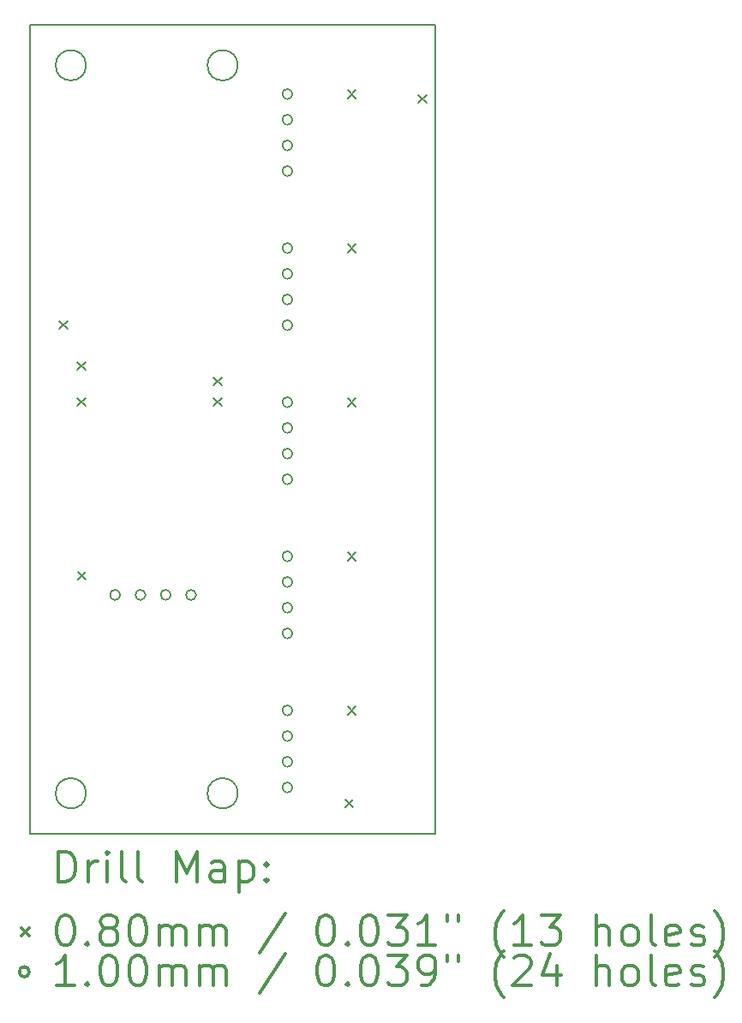
<source format=gbr>
%FSLAX45Y45*%
G04 Gerber Fmt 4.5, Leading zero omitted, Abs format (unit mm)*
G04 Created by KiCad (PCBNEW (5.0.0-rc2-dev-632-g76d3b6f04)) date 11/25/18 05:16:47*
%MOMM*%
%LPD*%
G01*
G04 APERTURE LIST*
%ADD10C,0.150000*%
%ADD11C,0.200000*%
%ADD12C,0.300000*%
G04 APERTURE END LIST*
D10*
X14550000Y-13600000D02*
G75*
G03X14550000Y-13600000I-150000J0D01*
G01*
X14550000Y-6400000D02*
G75*
G03X14550000Y-6400000I-150000J0D01*
G01*
X13050000Y-6400000D02*
G75*
G03X13050000Y-6400000I-150000J0D01*
G01*
X13050000Y-13600000D02*
G75*
G03X13050000Y-13600000I-150000J0D01*
G01*
D11*
X12500000Y-14000000D02*
X16500000Y-14000000D01*
X12500000Y-6000000D02*
X12500000Y-14000000D01*
X13000000Y-6000000D02*
X12500000Y-6000000D01*
X15850000Y-6000000D02*
X13000000Y-6000000D01*
X16500000Y-6000000D02*
X15850000Y-6000000D01*
X16500000Y-14000000D02*
X16500000Y-6000000D01*
D11*
X12787000Y-8926200D02*
X12867000Y-9006200D01*
X12867000Y-8926200D02*
X12787000Y-9006200D01*
X12964800Y-9332600D02*
X13044800Y-9412600D01*
X13044800Y-9332600D02*
X12964800Y-9412600D01*
X12964800Y-9688200D02*
X13044800Y-9768200D01*
X13044800Y-9688200D02*
X12964800Y-9768200D01*
X12968000Y-11407500D02*
X13048000Y-11487500D01*
X13048000Y-11407500D02*
X12968000Y-11487500D01*
X14311000Y-9485000D02*
X14391000Y-9565000D01*
X14391000Y-9485000D02*
X14311000Y-9565000D01*
X14311000Y-9688200D02*
X14391000Y-9768200D01*
X14391000Y-9688200D02*
X14311000Y-9768200D01*
X15610000Y-13659999D02*
X15690000Y-13739999D01*
X15690000Y-13659999D02*
X15610000Y-13739999D01*
X15635000Y-6645000D02*
X15715000Y-6725000D01*
X15715000Y-6645000D02*
X15635000Y-6725000D01*
X15635000Y-8169000D02*
X15715000Y-8249000D01*
X15715000Y-8169000D02*
X15635000Y-8249000D01*
X15635000Y-9693000D02*
X15715000Y-9773000D01*
X15715000Y-9693000D02*
X15635000Y-9773000D01*
X15635000Y-11217000D02*
X15715000Y-11297000D01*
X15715000Y-11217000D02*
X15635000Y-11297000D01*
X15635000Y-12741000D02*
X15715000Y-12821000D01*
X15715000Y-12741000D02*
X15635000Y-12821000D01*
X16333500Y-6691000D02*
X16413500Y-6771000D01*
X16413500Y-6691000D02*
X16333500Y-6771000D01*
X15090000Y-11257000D02*
G75*
G03X15090000Y-11257000I-50000J0D01*
G01*
X15090000Y-11511000D02*
G75*
G03X15090000Y-11511000I-50000J0D01*
G01*
X15090000Y-11765000D02*
G75*
G03X15090000Y-11765000I-50000J0D01*
G01*
X15090000Y-12019000D02*
G75*
G03X15090000Y-12019000I-50000J0D01*
G01*
X15090000Y-6685000D02*
G75*
G03X15090000Y-6685000I-50000J0D01*
G01*
X15090000Y-6939000D02*
G75*
G03X15090000Y-6939000I-50000J0D01*
G01*
X15090000Y-7193000D02*
G75*
G03X15090000Y-7193000I-50000J0D01*
G01*
X15090000Y-7447000D02*
G75*
G03X15090000Y-7447000I-50000J0D01*
G01*
X15090000Y-12781000D02*
G75*
G03X15090000Y-12781000I-50000J0D01*
G01*
X15090000Y-13035000D02*
G75*
G03X15090000Y-13035000I-50000J0D01*
G01*
X15090000Y-13289000D02*
G75*
G03X15090000Y-13289000I-50000J0D01*
G01*
X15090000Y-13543000D02*
G75*
G03X15090000Y-13543000I-50000J0D01*
G01*
X13387500Y-11638000D02*
G75*
G03X13387500Y-11638000I-50000J0D01*
G01*
X13637500Y-11638000D02*
G75*
G03X13637500Y-11638000I-50000J0D01*
G01*
X13887500Y-11638000D02*
G75*
G03X13887500Y-11638000I-50000J0D01*
G01*
X14137500Y-11638000D02*
G75*
G03X14137500Y-11638000I-50000J0D01*
G01*
X15090000Y-9733000D02*
G75*
G03X15090000Y-9733000I-50000J0D01*
G01*
X15090000Y-9987000D02*
G75*
G03X15090000Y-9987000I-50000J0D01*
G01*
X15090000Y-10241000D02*
G75*
G03X15090000Y-10241000I-50000J0D01*
G01*
X15090000Y-10495000D02*
G75*
G03X15090000Y-10495000I-50000J0D01*
G01*
X15090000Y-8209000D02*
G75*
G03X15090000Y-8209000I-50000J0D01*
G01*
X15090000Y-8463000D02*
G75*
G03X15090000Y-8463000I-50000J0D01*
G01*
X15090000Y-8717000D02*
G75*
G03X15090000Y-8717000I-50000J0D01*
G01*
X15090000Y-8971000D02*
G75*
G03X15090000Y-8971000I-50000J0D01*
G01*
D12*
X12776428Y-14475714D02*
X12776428Y-14175714D01*
X12847857Y-14175714D01*
X12890714Y-14190000D01*
X12919286Y-14218571D01*
X12933571Y-14247143D01*
X12947857Y-14304286D01*
X12947857Y-14347143D01*
X12933571Y-14404286D01*
X12919286Y-14432857D01*
X12890714Y-14461429D01*
X12847857Y-14475714D01*
X12776428Y-14475714D01*
X13076428Y-14475714D02*
X13076428Y-14275714D01*
X13076428Y-14332857D02*
X13090714Y-14304286D01*
X13105000Y-14290000D01*
X13133571Y-14275714D01*
X13162143Y-14275714D01*
X13262143Y-14475714D02*
X13262143Y-14275714D01*
X13262143Y-14175714D02*
X13247857Y-14190000D01*
X13262143Y-14204286D01*
X13276428Y-14190000D01*
X13262143Y-14175714D01*
X13262143Y-14204286D01*
X13447857Y-14475714D02*
X13419286Y-14461429D01*
X13405000Y-14432857D01*
X13405000Y-14175714D01*
X13605000Y-14475714D02*
X13576428Y-14461429D01*
X13562143Y-14432857D01*
X13562143Y-14175714D01*
X13947857Y-14475714D02*
X13947857Y-14175714D01*
X14047857Y-14390000D01*
X14147857Y-14175714D01*
X14147857Y-14475714D01*
X14419286Y-14475714D02*
X14419286Y-14318571D01*
X14405000Y-14290000D01*
X14376428Y-14275714D01*
X14319286Y-14275714D01*
X14290714Y-14290000D01*
X14419286Y-14461429D02*
X14390714Y-14475714D01*
X14319286Y-14475714D01*
X14290714Y-14461429D01*
X14276428Y-14432857D01*
X14276428Y-14404286D01*
X14290714Y-14375714D01*
X14319286Y-14361429D01*
X14390714Y-14361429D01*
X14419286Y-14347143D01*
X14562143Y-14275714D02*
X14562143Y-14575714D01*
X14562143Y-14290000D02*
X14590714Y-14275714D01*
X14647857Y-14275714D01*
X14676428Y-14290000D01*
X14690714Y-14304286D01*
X14705000Y-14332857D01*
X14705000Y-14418571D01*
X14690714Y-14447143D01*
X14676428Y-14461429D01*
X14647857Y-14475714D01*
X14590714Y-14475714D01*
X14562143Y-14461429D01*
X14833571Y-14447143D02*
X14847857Y-14461429D01*
X14833571Y-14475714D01*
X14819286Y-14461429D01*
X14833571Y-14447143D01*
X14833571Y-14475714D01*
X14833571Y-14290000D02*
X14847857Y-14304286D01*
X14833571Y-14318571D01*
X14819286Y-14304286D01*
X14833571Y-14290000D01*
X14833571Y-14318571D01*
X12410000Y-14930000D02*
X12490000Y-15010000D01*
X12490000Y-14930000D02*
X12410000Y-15010000D01*
X12833571Y-14805714D02*
X12862143Y-14805714D01*
X12890714Y-14820000D01*
X12905000Y-14834286D01*
X12919286Y-14862857D01*
X12933571Y-14920000D01*
X12933571Y-14991429D01*
X12919286Y-15048571D01*
X12905000Y-15077143D01*
X12890714Y-15091429D01*
X12862143Y-15105714D01*
X12833571Y-15105714D01*
X12805000Y-15091429D01*
X12790714Y-15077143D01*
X12776428Y-15048571D01*
X12762143Y-14991429D01*
X12762143Y-14920000D01*
X12776428Y-14862857D01*
X12790714Y-14834286D01*
X12805000Y-14820000D01*
X12833571Y-14805714D01*
X13062143Y-15077143D02*
X13076428Y-15091429D01*
X13062143Y-15105714D01*
X13047857Y-15091429D01*
X13062143Y-15077143D01*
X13062143Y-15105714D01*
X13247857Y-14934286D02*
X13219286Y-14920000D01*
X13205000Y-14905714D01*
X13190714Y-14877143D01*
X13190714Y-14862857D01*
X13205000Y-14834286D01*
X13219286Y-14820000D01*
X13247857Y-14805714D01*
X13305000Y-14805714D01*
X13333571Y-14820000D01*
X13347857Y-14834286D01*
X13362143Y-14862857D01*
X13362143Y-14877143D01*
X13347857Y-14905714D01*
X13333571Y-14920000D01*
X13305000Y-14934286D01*
X13247857Y-14934286D01*
X13219286Y-14948571D01*
X13205000Y-14962857D01*
X13190714Y-14991429D01*
X13190714Y-15048571D01*
X13205000Y-15077143D01*
X13219286Y-15091429D01*
X13247857Y-15105714D01*
X13305000Y-15105714D01*
X13333571Y-15091429D01*
X13347857Y-15077143D01*
X13362143Y-15048571D01*
X13362143Y-14991429D01*
X13347857Y-14962857D01*
X13333571Y-14948571D01*
X13305000Y-14934286D01*
X13547857Y-14805714D02*
X13576428Y-14805714D01*
X13605000Y-14820000D01*
X13619286Y-14834286D01*
X13633571Y-14862857D01*
X13647857Y-14920000D01*
X13647857Y-14991429D01*
X13633571Y-15048571D01*
X13619286Y-15077143D01*
X13605000Y-15091429D01*
X13576428Y-15105714D01*
X13547857Y-15105714D01*
X13519286Y-15091429D01*
X13505000Y-15077143D01*
X13490714Y-15048571D01*
X13476428Y-14991429D01*
X13476428Y-14920000D01*
X13490714Y-14862857D01*
X13505000Y-14834286D01*
X13519286Y-14820000D01*
X13547857Y-14805714D01*
X13776428Y-15105714D02*
X13776428Y-14905714D01*
X13776428Y-14934286D02*
X13790714Y-14920000D01*
X13819286Y-14905714D01*
X13862143Y-14905714D01*
X13890714Y-14920000D01*
X13905000Y-14948571D01*
X13905000Y-15105714D01*
X13905000Y-14948571D02*
X13919286Y-14920000D01*
X13947857Y-14905714D01*
X13990714Y-14905714D01*
X14019286Y-14920000D01*
X14033571Y-14948571D01*
X14033571Y-15105714D01*
X14176428Y-15105714D02*
X14176428Y-14905714D01*
X14176428Y-14934286D02*
X14190714Y-14920000D01*
X14219286Y-14905714D01*
X14262143Y-14905714D01*
X14290714Y-14920000D01*
X14305000Y-14948571D01*
X14305000Y-15105714D01*
X14305000Y-14948571D02*
X14319286Y-14920000D01*
X14347857Y-14905714D01*
X14390714Y-14905714D01*
X14419286Y-14920000D01*
X14433571Y-14948571D01*
X14433571Y-15105714D01*
X15019286Y-14791429D02*
X14762143Y-15177143D01*
X15405000Y-14805714D02*
X15433571Y-14805714D01*
X15462143Y-14820000D01*
X15476428Y-14834286D01*
X15490714Y-14862857D01*
X15505000Y-14920000D01*
X15505000Y-14991429D01*
X15490714Y-15048571D01*
X15476428Y-15077143D01*
X15462143Y-15091429D01*
X15433571Y-15105714D01*
X15405000Y-15105714D01*
X15376428Y-15091429D01*
X15362143Y-15077143D01*
X15347857Y-15048571D01*
X15333571Y-14991429D01*
X15333571Y-14920000D01*
X15347857Y-14862857D01*
X15362143Y-14834286D01*
X15376428Y-14820000D01*
X15405000Y-14805714D01*
X15633571Y-15077143D02*
X15647857Y-15091429D01*
X15633571Y-15105714D01*
X15619286Y-15091429D01*
X15633571Y-15077143D01*
X15633571Y-15105714D01*
X15833571Y-14805714D02*
X15862143Y-14805714D01*
X15890714Y-14820000D01*
X15905000Y-14834286D01*
X15919286Y-14862857D01*
X15933571Y-14920000D01*
X15933571Y-14991429D01*
X15919286Y-15048571D01*
X15905000Y-15077143D01*
X15890714Y-15091429D01*
X15862143Y-15105714D01*
X15833571Y-15105714D01*
X15805000Y-15091429D01*
X15790714Y-15077143D01*
X15776428Y-15048571D01*
X15762143Y-14991429D01*
X15762143Y-14920000D01*
X15776428Y-14862857D01*
X15790714Y-14834286D01*
X15805000Y-14820000D01*
X15833571Y-14805714D01*
X16033571Y-14805714D02*
X16219286Y-14805714D01*
X16119286Y-14920000D01*
X16162143Y-14920000D01*
X16190714Y-14934286D01*
X16205000Y-14948571D01*
X16219286Y-14977143D01*
X16219286Y-15048571D01*
X16205000Y-15077143D01*
X16190714Y-15091429D01*
X16162143Y-15105714D01*
X16076428Y-15105714D01*
X16047857Y-15091429D01*
X16033571Y-15077143D01*
X16505000Y-15105714D02*
X16333571Y-15105714D01*
X16419286Y-15105714D02*
X16419286Y-14805714D01*
X16390714Y-14848571D01*
X16362143Y-14877143D01*
X16333571Y-14891429D01*
X16619286Y-14805714D02*
X16619286Y-14862857D01*
X16733571Y-14805714D02*
X16733571Y-14862857D01*
X17176428Y-15220000D02*
X17162143Y-15205714D01*
X17133571Y-15162857D01*
X17119286Y-15134286D01*
X17105000Y-15091429D01*
X17090714Y-15020000D01*
X17090714Y-14962857D01*
X17105000Y-14891429D01*
X17119286Y-14848571D01*
X17133571Y-14820000D01*
X17162143Y-14777143D01*
X17176428Y-14762857D01*
X17447857Y-15105714D02*
X17276428Y-15105714D01*
X17362143Y-15105714D02*
X17362143Y-14805714D01*
X17333571Y-14848571D01*
X17305000Y-14877143D01*
X17276428Y-14891429D01*
X17547857Y-14805714D02*
X17733571Y-14805714D01*
X17633571Y-14920000D01*
X17676428Y-14920000D01*
X17705000Y-14934286D01*
X17719286Y-14948571D01*
X17733571Y-14977143D01*
X17733571Y-15048571D01*
X17719286Y-15077143D01*
X17705000Y-15091429D01*
X17676428Y-15105714D01*
X17590714Y-15105714D01*
X17562143Y-15091429D01*
X17547857Y-15077143D01*
X18090714Y-15105714D02*
X18090714Y-14805714D01*
X18219286Y-15105714D02*
X18219286Y-14948571D01*
X18205000Y-14920000D01*
X18176428Y-14905714D01*
X18133571Y-14905714D01*
X18105000Y-14920000D01*
X18090714Y-14934286D01*
X18405000Y-15105714D02*
X18376428Y-15091429D01*
X18362143Y-15077143D01*
X18347857Y-15048571D01*
X18347857Y-14962857D01*
X18362143Y-14934286D01*
X18376428Y-14920000D01*
X18405000Y-14905714D01*
X18447857Y-14905714D01*
X18476428Y-14920000D01*
X18490714Y-14934286D01*
X18505000Y-14962857D01*
X18505000Y-15048571D01*
X18490714Y-15077143D01*
X18476428Y-15091429D01*
X18447857Y-15105714D01*
X18405000Y-15105714D01*
X18676428Y-15105714D02*
X18647857Y-15091429D01*
X18633571Y-15062857D01*
X18633571Y-14805714D01*
X18905000Y-15091429D02*
X18876428Y-15105714D01*
X18819286Y-15105714D01*
X18790714Y-15091429D01*
X18776428Y-15062857D01*
X18776428Y-14948571D01*
X18790714Y-14920000D01*
X18819286Y-14905714D01*
X18876428Y-14905714D01*
X18905000Y-14920000D01*
X18919286Y-14948571D01*
X18919286Y-14977143D01*
X18776428Y-15005714D01*
X19033571Y-15091429D02*
X19062143Y-15105714D01*
X19119286Y-15105714D01*
X19147857Y-15091429D01*
X19162143Y-15062857D01*
X19162143Y-15048571D01*
X19147857Y-15020000D01*
X19119286Y-15005714D01*
X19076428Y-15005714D01*
X19047857Y-14991429D01*
X19033571Y-14962857D01*
X19033571Y-14948571D01*
X19047857Y-14920000D01*
X19076428Y-14905714D01*
X19119286Y-14905714D01*
X19147857Y-14920000D01*
X19262143Y-15220000D02*
X19276428Y-15205714D01*
X19305000Y-15162857D01*
X19319286Y-15134286D01*
X19333571Y-15091429D01*
X19347857Y-15020000D01*
X19347857Y-14962857D01*
X19333571Y-14891429D01*
X19319286Y-14848571D01*
X19305000Y-14820000D01*
X19276428Y-14777143D01*
X19262143Y-14762857D01*
X12490000Y-15366000D02*
G75*
G03X12490000Y-15366000I-50000J0D01*
G01*
X12933571Y-15501714D02*
X12762143Y-15501714D01*
X12847857Y-15501714D02*
X12847857Y-15201714D01*
X12819286Y-15244571D01*
X12790714Y-15273143D01*
X12762143Y-15287429D01*
X13062143Y-15473143D02*
X13076428Y-15487429D01*
X13062143Y-15501714D01*
X13047857Y-15487429D01*
X13062143Y-15473143D01*
X13062143Y-15501714D01*
X13262143Y-15201714D02*
X13290714Y-15201714D01*
X13319286Y-15216000D01*
X13333571Y-15230286D01*
X13347857Y-15258857D01*
X13362143Y-15316000D01*
X13362143Y-15387429D01*
X13347857Y-15444571D01*
X13333571Y-15473143D01*
X13319286Y-15487429D01*
X13290714Y-15501714D01*
X13262143Y-15501714D01*
X13233571Y-15487429D01*
X13219286Y-15473143D01*
X13205000Y-15444571D01*
X13190714Y-15387429D01*
X13190714Y-15316000D01*
X13205000Y-15258857D01*
X13219286Y-15230286D01*
X13233571Y-15216000D01*
X13262143Y-15201714D01*
X13547857Y-15201714D02*
X13576428Y-15201714D01*
X13605000Y-15216000D01*
X13619286Y-15230286D01*
X13633571Y-15258857D01*
X13647857Y-15316000D01*
X13647857Y-15387429D01*
X13633571Y-15444571D01*
X13619286Y-15473143D01*
X13605000Y-15487429D01*
X13576428Y-15501714D01*
X13547857Y-15501714D01*
X13519286Y-15487429D01*
X13505000Y-15473143D01*
X13490714Y-15444571D01*
X13476428Y-15387429D01*
X13476428Y-15316000D01*
X13490714Y-15258857D01*
X13505000Y-15230286D01*
X13519286Y-15216000D01*
X13547857Y-15201714D01*
X13776428Y-15501714D02*
X13776428Y-15301714D01*
X13776428Y-15330286D02*
X13790714Y-15316000D01*
X13819286Y-15301714D01*
X13862143Y-15301714D01*
X13890714Y-15316000D01*
X13905000Y-15344571D01*
X13905000Y-15501714D01*
X13905000Y-15344571D02*
X13919286Y-15316000D01*
X13947857Y-15301714D01*
X13990714Y-15301714D01*
X14019286Y-15316000D01*
X14033571Y-15344571D01*
X14033571Y-15501714D01*
X14176428Y-15501714D02*
X14176428Y-15301714D01*
X14176428Y-15330286D02*
X14190714Y-15316000D01*
X14219286Y-15301714D01*
X14262143Y-15301714D01*
X14290714Y-15316000D01*
X14305000Y-15344571D01*
X14305000Y-15501714D01*
X14305000Y-15344571D02*
X14319286Y-15316000D01*
X14347857Y-15301714D01*
X14390714Y-15301714D01*
X14419286Y-15316000D01*
X14433571Y-15344571D01*
X14433571Y-15501714D01*
X15019286Y-15187429D02*
X14762143Y-15573143D01*
X15405000Y-15201714D02*
X15433571Y-15201714D01*
X15462143Y-15216000D01*
X15476428Y-15230286D01*
X15490714Y-15258857D01*
X15505000Y-15316000D01*
X15505000Y-15387429D01*
X15490714Y-15444571D01*
X15476428Y-15473143D01*
X15462143Y-15487429D01*
X15433571Y-15501714D01*
X15405000Y-15501714D01*
X15376428Y-15487429D01*
X15362143Y-15473143D01*
X15347857Y-15444571D01*
X15333571Y-15387429D01*
X15333571Y-15316000D01*
X15347857Y-15258857D01*
X15362143Y-15230286D01*
X15376428Y-15216000D01*
X15405000Y-15201714D01*
X15633571Y-15473143D02*
X15647857Y-15487429D01*
X15633571Y-15501714D01*
X15619286Y-15487429D01*
X15633571Y-15473143D01*
X15633571Y-15501714D01*
X15833571Y-15201714D02*
X15862143Y-15201714D01*
X15890714Y-15216000D01*
X15905000Y-15230286D01*
X15919286Y-15258857D01*
X15933571Y-15316000D01*
X15933571Y-15387429D01*
X15919286Y-15444571D01*
X15905000Y-15473143D01*
X15890714Y-15487429D01*
X15862143Y-15501714D01*
X15833571Y-15501714D01*
X15805000Y-15487429D01*
X15790714Y-15473143D01*
X15776428Y-15444571D01*
X15762143Y-15387429D01*
X15762143Y-15316000D01*
X15776428Y-15258857D01*
X15790714Y-15230286D01*
X15805000Y-15216000D01*
X15833571Y-15201714D01*
X16033571Y-15201714D02*
X16219286Y-15201714D01*
X16119286Y-15316000D01*
X16162143Y-15316000D01*
X16190714Y-15330286D01*
X16205000Y-15344571D01*
X16219286Y-15373143D01*
X16219286Y-15444571D01*
X16205000Y-15473143D01*
X16190714Y-15487429D01*
X16162143Y-15501714D01*
X16076428Y-15501714D01*
X16047857Y-15487429D01*
X16033571Y-15473143D01*
X16362143Y-15501714D02*
X16419286Y-15501714D01*
X16447857Y-15487429D01*
X16462143Y-15473143D01*
X16490714Y-15430286D01*
X16505000Y-15373143D01*
X16505000Y-15258857D01*
X16490714Y-15230286D01*
X16476428Y-15216000D01*
X16447857Y-15201714D01*
X16390714Y-15201714D01*
X16362143Y-15216000D01*
X16347857Y-15230286D01*
X16333571Y-15258857D01*
X16333571Y-15330286D01*
X16347857Y-15358857D01*
X16362143Y-15373143D01*
X16390714Y-15387429D01*
X16447857Y-15387429D01*
X16476428Y-15373143D01*
X16490714Y-15358857D01*
X16505000Y-15330286D01*
X16619286Y-15201714D02*
X16619286Y-15258857D01*
X16733571Y-15201714D02*
X16733571Y-15258857D01*
X17176428Y-15616000D02*
X17162143Y-15601714D01*
X17133571Y-15558857D01*
X17119286Y-15530286D01*
X17105000Y-15487429D01*
X17090714Y-15416000D01*
X17090714Y-15358857D01*
X17105000Y-15287429D01*
X17119286Y-15244571D01*
X17133571Y-15216000D01*
X17162143Y-15173143D01*
X17176428Y-15158857D01*
X17276428Y-15230286D02*
X17290714Y-15216000D01*
X17319286Y-15201714D01*
X17390714Y-15201714D01*
X17419286Y-15216000D01*
X17433571Y-15230286D01*
X17447857Y-15258857D01*
X17447857Y-15287429D01*
X17433571Y-15330286D01*
X17262143Y-15501714D01*
X17447857Y-15501714D01*
X17705000Y-15301714D02*
X17705000Y-15501714D01*
X17633571Y-15187429D02*
X17562143Y-15401714D01*
X17747857Y-15401714D01*
X18090714Y-15501714D02*
X18090714Y-15201714D01*
X18219286Y-15501714D02*
X18219286Y-15344571D01*
X18205000Y-15316000D01*
X18176428Y-15301714D01*
X18133571Y-15301714D01*
X18105000Y-15316000D01*
X18090714Y-15330286D01*
X18405000Y-15501714D02*
X18376428Y-15487429D01*
X18362143Y-15473143D01*
X18347857Y-15444571D01*
X18347857Y-15358857D01*
X18362143Y-15330286D01*
X18376428Y-15316000D01*
X18405000Y-15301714D01*
X18447857Y-15301714D01*
X18476428Y-15316000D01*
X18490714Y-15330286D01*
X18505000Y-15358857D01*
X18505000Y-15444571D01*
X18490714Y-15473143D01*
X18476428Y-15487429D01*
X18447857Y-15501714D01*
X18405000Y-15501714D01*
X18676428Y-15501714D02*
X18647857Y-15487429D01*
X18633571Y-15458857D01*
X18633571Y-15201714D01*
X18905000Y-15487429D02*
X18876428Y-15501714D01*
X18819286Y-15501714D01*
X18790714Y-15487429D01*
X18776428Y-15458857D01*
X18776428Y-15344571D01*
X18790714Y-15316000D01*
X18819286Y-15301714D01*
X18876428Y-15301714D01*
X18905000Y-15316000D01*
X18919286Y-15344571D01*
X18919286Y-15373143D01*
X18776428Y-15401714D01*
X19033571Y-15487429D02*
X19062143Y-15501714D01*
X19119286Y-15501714D01*
X19147857Y-15487429D01*
X19162143Y-15458857D01*
X19162143Y-15444571D01*
X19147857Y-15416000D01*
X19119286Y-15401714D01*
X19076428Y-15401714D01*
X19047857Y-15387429D01*
X19033571Y-15358857D01*
X19033571Y-15344571D01*
X19047857Y-15316000D01*
X19076428Y-15301714D01*
X19119286Y-15301714D01*
X19147857Y-15316000D01*
X19262143Y-15616000D02*
X19276428Y-15601714D01*
X19305000Y-15558857D01*
X19319286Y-15530286D01*
X19333571Y-15487429D01*
X19347857Y-15416000D01*
X19347857Y-15358857D01*
X19333571Y-15287429D01*
X19319286Y-15244571D01*
X19305000Y-15216000D01*
X19276428Y-15173143D01*
X19262143Y-15158857D01*
M02*

</source>
